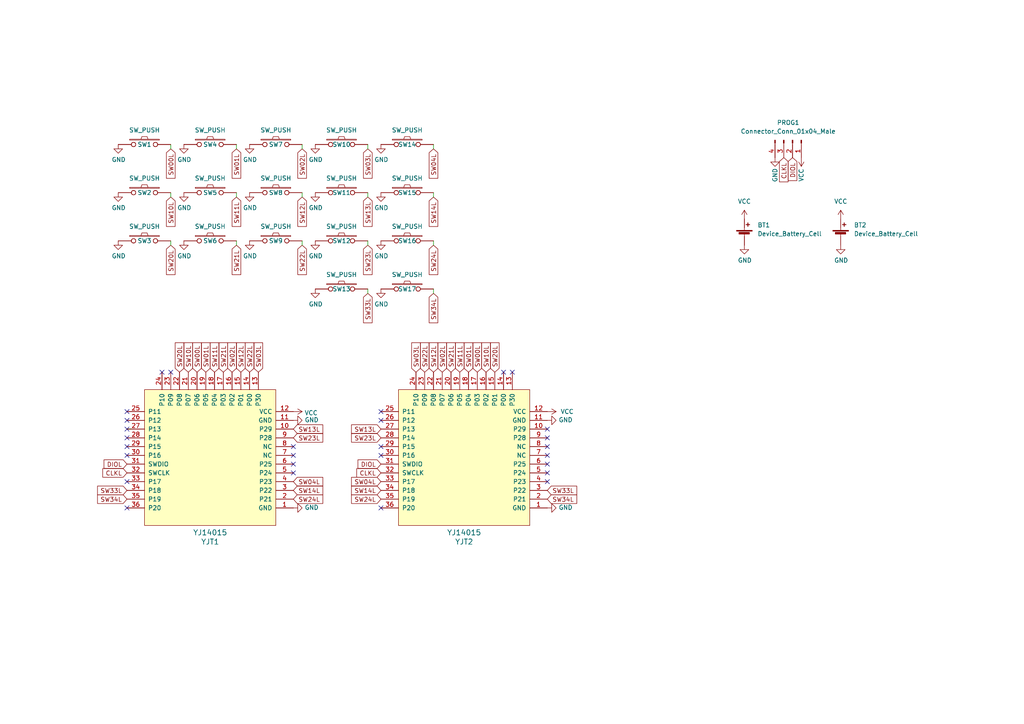
<source format=kicad_sch>
(kicad_sch (version 20211123) (generator eeschema)
  (paper "A4")
  (title_block (title "gurt-portable") (date "2022-04-23") (rev "v 1.0") (comment 4 "Author: CarlFabian"))
  (lib_symbols
    (symbol "gurt-portable:Connector_Conn_01x04_Male" (pin_names (offset 1.016) hide)
      (property "Reference" "J" (at 0 5.08 0))
      (property "Value" "Connector_Conn_01x04_Male" (at 0 -7.62 0))
      (symbol "Connector_Conn_01x04_Male_1_1"
        (polyline (pts (xy 1.27 -5.08) (xy 0.8636 -5.08)) (stroke (width 0.1524)))
        (polyline (pts (xy 1.27 -2.54) (xy 0.8636 -2.54)) (stroke (width 0.1524)))
        (polyline (pts (xy 1.27 0) (xy 0.8636 0)) (stroke (width 0.1524)))
        (polyline (pts (xy 1.27 2.54) (xy 0.8636 2.54)) (stroke (width 0.1524)))
        (rectangle (start 0.8636 -4.953) (end 0 -5.207) (stroke (width 0.1524)) (fill (type outline)))
        (rectangle (start 0.8636 -2.413) (end 0 -2.667) (stroke (width 0.1524)) (fill (type outline)))
        (rectangle (start 0.8636 0.127) (end 0 -0.127) (stroke (width 0.1524)) (fill (type outline)))
        (rectangle (start 0.8636 2.667) (end 0 2.413) (stroke (width 0.1524)) (fill (type outline)))
        (pin passive line (at 5.08 2.54 180) (length 3.81) (name "Pin_1") (number "1"))
        (pin passive line (at 5.08 0 180) (length 3.81) (name "Pin_2") (number "2"))
        (pin passive line (at 5.08 -2.54 180) (length 3.81) (name "Pin_3") (number "3"))
        (pin passive line (at 5.08 -5.08 180) (length 3.81) (name "Pin_4") (number "4"))
      )
    )
    (symbol "gurt-portable:Device_Battery_Cell" (pin_numbers hide) (pin_names (offset 0) hide)
      (property "Reference" "BT" (at 2.54 2.54 0))
      (property "Value" "Device_Battery_Cell" (at 2.54 0 0))
      (symbol "Device_Battery_Cell_0_1"
        (rectangle (start -2.286 1.778) (end 2.286 1.524) (fill (type outline)))
        (rectangle (start -1.5748 1.1938) (end 1.4732 0.6858) (fill (type outline)))
        (polyline (pts (xy 0 0.762) (xy 0 0)))
        (polyline (pts (xy 0 1.778) (xy 0 2.54)))
        (polyline (pts (xy 0.508 3.429) (xy 1.524 3.429)) (stroke (width 0.254)))
        (polyline (pts (xy 1.016 3.937) (xy 1.016 2.921)) (stroke (width 0.254)))
      )
      (symbol "Device_Battery_Cell_1_1"
        (pin passive line (at 0 5.08 270) (length 2.54) (name "+") (number "1"))
        (pin passive line (at 0 -2.54 90) (length 2.54) (name "-") (number "2"))
      )
    )
    (symbol "pierce:SW_PUSH" (pin_numbers hide) (pin_names (offset 1.016) hide)
      (property "Reference" "SW" (at 3.81 2.794 0))
      (property "Value" "SW_PUSH" (at 0 -2.032 0))
      (symbol "SW_PUSH_0_1"
        (rectangle (start -4.318 1.27) (end 4.318 1.524))
        (polyline (pts (xy -1.016 1.524) (xy -0.762 2.286) (xy 0.762 2.286) (xy 1.016 1.524)))
        (pin passive inverted (at -7.62 0 0) (length 5.08) (name "1") (number "1"))
        (pin passive inverted (at 7.62 0 180) (length 5.08) (name "2") (number "2"))
      )
    )
    (symbol "pierce:core51822b_Core51822B" (pin_names (offset 1.016))
      (property "Reference" "U" (at 0 2.54 0))
      (property "Value" "core51822b_Core51822B" (at 0 -1.27 0))
      (symbol "core51822b_Core51822B_0_1"
        (rectangle (start 19.05 -21.59) (end -19.05 17.78) (fill (type background)))
      )
      (symbol "core51822b_Core51822B_1_1"
        (pin bidirectional line (at -24.13 12.7 0) (length 5.08) (name "GND") (number "1"))
        (pin bidirectional line (at -24.13 -10.16 0) (length 5.08) (name "P29") (number "10"))
        (pin bidirectional line (at -24.13 -12.7 0) (length 5.08) (name "GND") (number "11"))
        (pin bidirectional line (at -24.13 -15.24 0) (length 5.08) (name "VCC") (number "12"))
        (pin bidirectional line (at -13.97 -26.67 90) (length 5.08) (name "P30") (number "13"))
        (pin bidirectional line (at -11.43 -26.67 90) (length 5.08) (name "P00") (number "14"))
        (pin bidirectional line (at -8.89 -26.67 90) (length 5.08) (name "P01") (number "15"))
        (pin bidirectional line (at -6.35 -26.67 90) (length 5.08) (name "P02") (number "16"))
        (pin bidirectional line (at -3.81 -26.67 90) (length 5.08) (name "P03") (number "17"))
        (pin bidirectional line (at -1.27 -26.67 90) (length 5.08) (name "P04") (number "18"))
        (pin bidirectional line (at 1.27 -26.67 90) (length 5.08) (name "P05") (number "19"))
        (pin bidirectional line (at -24.13 10.16 0) (length 5.08) (name "P21") (number "2"))
        (pin bidirectional line (at 3.81 -26.67 90) (length 5.08) (name "P06") (number "20"))
        (pin bidirectional line (at 6.35 -26.67 90) (length 5.08) (name "P07") (number "21"))
        (pin bidirectional line (at 8.89 -26.67 90) (length 5.08) (name "P08") (number "22"))
        (pin bidirectional line (at 11.43 -26.67 90) (length 5.08) (name "P09") (number "23"))
        (pin bidirectional line (at 13.97 -26.67 90) (length 5.08) (name "P10") (number "24"))
        (pin bidirectional line (at 24.13 -15.24 180) (length 5.08) (name "P11") (number "25"))
        (pin bidirectional line (at 24.13 -12.7 180) (length 5.08) (name "P12") (number "26"))
        (pin bidirectional line (at 24.13 -10.16 180) (length 5.08) (name "P13") (number "27"))
        (pin bidirectional line (at 24.13 -7.62 180) (length 5.08) (name "P14") (number "28"))
        (pin bidirectional line (at 24.13 -5.08 180) (length 5.08) (name "P15") (number "29"))
        (pin bidirectional line (at -24.13 7.62 0) (length 5.08) (name "P22") (number "3"))
        (pin bidirectional line (at 24.13 -2.54 180) (length 5.08) (name "P16") (number "30"))
        (pin bidirectional line (at 24.13 0 180) (length 5.08) (name "SWDIO") (number "31"))
        (pin bidirectional line (at 24.13 2.54 180) (length 5.08) (name "SWCLK") (number "32"))
        (pin bidirectional line (at 24.13 5.08 180) (length 5.08) (name "P17") (number "33"))
        (pin bidirectional line (at 24.13 7.62 180) (length 5.08) (name "P18") (number "34"))
        (pin bidirectional line (at 24.13 10.16 180) (length 5.08) (name "P19") (number "35"))
        (pin bidirectional line (at 24.13 12.7 180) (length 5.08) (name "P20") (number "36"))
        (pin bidirectional line (at -24.13 5.08 0) (length 5.08) (name "P23") (number "4"))
        (pin bidirectional line (at -24.13 2.54 0) (length 5.08) (name "P24") (number "5"))
        (pin bidirectional line (at -24.13 0 0) (length 5.08) (name "P25") (number "6"))
        (pin bidirectional line (at -24.13 -2.54 0) (length 5.08) (name "NC") (number "7"))
        (pin bidirectional line (at -24.13 -5.08 0) (length 5.08) (name "NC") (number "8"))
        (pin bidirectional line (at -24.13 -7.62 0) (length 5.08) (name "P28") (number "9"))
      )
    )
    (symbol "power:GND" (power) (pin_names (offset 0))
      (property "Value" "GND" (at 0 -3.81 0))
      (symbol "GND_0_1"
        (polyline (pts (xy 0 0) (xy 0 -1.27) (xy 1.27 -1.27) (xy 0 -2.54) (xy -1.27 -1.27) (xy 0 -1.27)))
      )
      (symbol "GND_1_1"
        (pin power_in line (at 0 0 270) (length 0) hide (name "GND") (number "1"))
      )
    )
    (symbol "power:VCC" (power) (pin_names (offset 0))
      (property "Value" "VCC" (at 0 3.81 0))
      (symbol "VCC_0_1"
        (polyline (pts (xy -0.762 1.27) (xy 0 2.54)))
        (polyline (pts (xy 0 0) (xy 0 2.54)))
        (polyline (pts (xy 0 2.54) (xy 0.762 1.27)))
      )
      (symbol "VCC_1_1"
        (pin power_in line (at 0 0 90) (length 0) hide (name "VCC") (number "1"))
      )
    )
  )
  (no_connect (at 85.09 137.16))
  (no_connect (at 110.49 129.54))
  (no_connect (at 148.59 107.95))
  (no_connect (at 158.75 127))
  (no_connect (at 49.53 107.95))
  (no_connect (at 110.49 147.32))
  (no_connect (at 110.49 132.08))
  (no_connect (at 36.83 147.32))
  (no_connect (at 36.83 127))
  (no_connect (at 36.83 121.92))
  (no_connect (at 146.05 107.95))
  (no_connect (at 36.83 132.08))
  (no_connect (at 36.83 129.54))
  (no_connect (at 158.75 132.08))
  (no_connect (at 158.75 129.54))
  (no_connect (at 158.75 134.62))
  (no_connect (at 36.83 139.7))
  (no_connect (at 85.09 132.08))
  (no_connect (at 110.49 119.38))
  (no_connect (at 36.83 124.46))
  (no_connect (at 46.99 107.95))
  (no_connect (at 110.49 121.92))
  (no_connect (at 158.75 137.16))
  (no_connect (at 85.09 129.54))
  (no_connect (at 158.75 139.7))
  (no_connect (at 36.83 119.38))
  (no_connect (at 85.09 134.62))
  (no_connect (at 158.75 124.46))
  (wire (pts (xy 68.58 71.12) (xy 68.58 69.85)))
  (wire (pts (xy 125.73 71.12) (xy 125.73 69.85)))
  (wire (pts (xy 38.1 124.46) (xy 36.83 124.46)))
  (wire (pts (xy 106.68 43.18) (xy 106.68 41.91)))
  (wire (pts (xy 125.73 85.09) (xy 125.73 83.82)))
  (wire (pts (xy 125.73 57.15) (xy 125.73 55.88)))
  (wire (pts (xy 87.63 57.15) (xy 87.63 55.88)))
  (wire (pts (xy 87.63 71.12) (xy 87.63 69.85)))
  (wire (pts (xy 49.53 41.91) (xy 49.53 43.18)))
  (wire (pts (xy 125.73 43.18) (xy 125.73 41.91)))
  (wire (pts (xy 68.58 57.15) (xy 68.58 55.88)))
  (wire (pts (xy 49.53 71.12) (xy 49.53 69.85)))
  (wire (pts (xy 68.58 43.18) (xy 68.58 41.91)))
  (wire (pts (xy 49.53 57.15) (xy 49.53 55.88)))
  (wire (pts (xy 87.63 43.18) (xy 87.63 41.91)))
  (wire (pts (xy 106.68 57.15) (xy 106.68 55.88)))
  (wire (pts (xy 106.68 85.09) (xy 106.68 83.82)))
  (wire (pts (xy 106.68 71.12) (xy 106.68 69.85)))
  (global_label "SW11L" (shape input) (at 68.58 57.15 270) (property "Intersheet References" "${INTERSHEET_REFS}" (effects hide)))
  (global_label "SW10L" (shape input) (at 140.97 107.95 90) (property "Intersheet References" "${INTERSHEET_REFS}" (effects hide)))
  (global_label "SW14L" (shape input) (at 85.09 142.24 0) (property "Intersheet References" "${INTERSHEET_REFS}" (effects hide)))
  (global_label "SW04L" (shape input) (at 110.49 139.7 180) (property "Intersheet References" "${INTERSHEET_REFS}" (effects hide)))
  (global_label "DIOL" (shape input) (at 36.83 134.62 180) (property "Intersheet References" "${INTERSHEET_REFS}" (effects hide)))
  (global_label "SW10L" (shape input) (at 49.53 57.15 270) (property "Intersheet References" "${INTERSHEET_REFS}" (effects hide)))
  (global_label "SW04L" (shape input) (at 85.09 139.7 0) (property "Intersheet References" "${INTERSHEET_REFS}" (effects hide)))
  (global_label "SW02L" (shape input) (at 67.31 107.95 90) (property "Intersheet References" "${INTERSHEET_REFS}" (effects hide)))
  (global_label "SW13L" (shape input) (at 110.49 124.46 180) (property "Intersheet References" "${INTERSHEET_REFS}" (effects hide)))
  (global_label "SW04L" (shape input) (at 125.73 43.18 270) (property "Intersheet References" "${INTERSHEET_REFS}" (effects hide)))
  (global_label "SW33L" (shape input) (at 158.75 142.24 0) (property "Intersheet References" "${INTERSHEET_REFS}" (effects hide)))
  (global_label "SW22L" (shape input) (at 123.19 107.95 90) (property "Intersheet References" "${INTERSHEET_REFS}" (effects hide)))
  (global_label "SW20L" (shape input) (at 49.53 71.12 270) (property "Intersheet References" "${INTERSHEET_REFS}" (effects hide)))
  (global_label "SW23L" (shape input) (at 85.09 127 0) (property "Intersheet References" "${INTERSHEET_REFS}" (effects hide)))
  (global_label "CLKL" (shape input) (at 110.49 137.16 180) (property "Intersheet References" "${INTERSHEET_REFS}" (effects hide)))
  (global_label "DIOL" (shape input) (at 110.49 134.62 180) (property "Intersheet References" "${INTERSHEET_REFS}" (effects hide)))
  (global_label "SW03L" (shape input) (at 106.68 43.18 270) (property "Intersheet References" "${INTERSHEET_REFS}" (effects hide)))
  (global_label "SW13L" (shape input) (at 106.68 57.15 270) (property "Intersheet References" "${INTERSHEET_REFS}" (effects hide)))
  (global_label "SW24L" (shape input) (at 85.09 144.78 0) (property "Intersheet References" "${INTERSHEET_REFS}" (effects hide)))
  (global_label "SW12L" (shape input) (at 87.63 57.15 270) (property "Intersheet References" "${INTERSHEET_REFS}" (effects hide)))
  (global_label "SW34L" (shape input) (at 158.75 144.78 0) (property "Intersheet References" "${INTERSHEET_REFS}" (effects hide)))
  (global_label "SW01L" (shape input) (at 59.69 107.95 90) (property "Intersheet References" "${INTERSHEET_REFS}" (effects hide)))
  (global_label "CLKL" (shape input) (at 227.33 45.72 270) (property "Intersheet References" "${INTERSHEET_REFS}" (effects hide)))
  (global_label "SW33L" (shape input) (at 106.68 85.09 270) (property "Intersheet References" "${INTERSHEET_REFS}" (effects hide)))
  (global_label "SW00L" (shape input) (at 138.43 107.95 90) (property "Intersheet References" "${INTERSHEET_REFS}" (effects hide)))
  (global_label "SW24L" (shape input) (at 125.73 71.12 270) (property "Intersheet References" "${INTERSHEET_REFS}" (effects hide)))
  (global_label "SW00L" (shape input) (at 57.15 107.95 90) (property "Intersheet References" "${INTERSHEET_REFS}" (effects hide)))
  (global_label "SW10L" (shape input) (at 54.61 107.95 90) (property "Intersheet References" "${INTERSHEET_REFS}" (effects hide)))
  (global_label "SW02L" (shape input) (at 87.63 43.18 270) (property "Intersheet References" "${INTERSHEET_REFS}" (effects hide)))
  (global_label "SW01L" (shape input) (at 135.89 107.95 90) (property "Intersheet References" "${INTERSHEET_REFS}" (effects hide)))
  (global_label "SW13L" (shape input) (at 85.09 124.46 0) (property "Intersheet References" "${INTERSHEET_REFS}" (effects hide)))
  (global_label "SW23L" (shape input) (at 106.68 71.12 270) (property "Intersheet References" "${INTERSHEET_REFS}" (effects hide)))
  (global_label "SW22L" (shape input) (at 87.63 71.12 270) (property "Intersheet References" "${INTERSHEET_REFS}" (effects hide)))
  (global_label "DIOL" (shape input) (at 229.87 45.72 270) (property "Intersheet References" "${INTERSHEET_REFS}" (effects hide)))
  (global_label "SW34L" (shape input) (at 125.73 85.09 270) (property "Intersheet References" "${INTERSHEET_REFS}" (effects hide)))
  (global_label "SW33L" (shape input) (at 36.83 142.24 180) (property "Intersheet References" "${INTERSHEET_REFS}" (effects hide)))
  (global_label "SW03L" (shape input) (at 74.93 107.95 90) (property "Intersheet References" "${INTERSHEET_REFS}" (effects hide)))
  (global_label "SW21L" (shape input) (at 64.77 107.95 90) (property "Intersheet References" "${INTERSHEET_REFS}" (effects hide)))
  (global_label "SW01L" (shape input) (at 68.58 43.18 270) (property "Intersheet References" "${INTERSHEET_REFS}" (effects hide)))
  (global_label "SW20L" (shape input) (at 143.51 107.95 90) (property "Intersheet References" "${INTERSHEET_REFS}" (effects hide)))
  (global_label "SW34L" (shape input) (at 36.83 144.78 180) (property "Intersheet References" "${INTERSHEET_REFS}" (effects hide)))
  (global_label "SW03L" (shape input) (at 120.65 107.95 90) (property "Intersheet References" "${INTERSHEET_REFS}" (effects hide)))
  (global_label "SW21L" (shape input) (at 130.81 107.95 90) (property "Intersheet References" "${INTERSHEET_REFS}" (effects hide)))
  (global_label "SW02L" (shape input) (at 128.27 107.95 90) (property "Intersheet References" "${INTERSHEET_REFS}" (effects hide)))
  (global_label "SW22L" (shape input) (at 72.39 107.95 90) (property "Intersheet References" "${INTERSHEET_REFS}" (effects hide)))
  (global_label "SW11L" (shape input) (at 133.35 107.95 90) (property "Intersheet References" "${INTERSHEET_REFS}" (effects hide)))
  (global_label "SW23L" (shape input) (at 110.49 127 180) (property "Intersheet References" "${INTERSHEET_REFS}" (effects hide)))
  (global_label "SW11L" (shape input) (at 62.23 107.95 90) (property "Intersheet References" "${INTERSHEET_REFS}" (effects hide)))
  (global_label "CLKL" (shape input) (at 36.83 137.16 180) (property "Intersheet References" "${INTERSHEET_REFS}" (effects hide)))
  (global_label "SW21L" (shape input) (at 68.58 71.12 270) (property "Intersheet References" "${INTERSHEET_REFS}" (effects hide)))
  (global_label "SW24L" (shape input) (at 110.49 144.78 180) (property "Intersheet References" "${INTERSHEET_REFS}" (effects hide)))
  (global_label "SW00L" (shape input) (at 49.53 43.18 270) (property "Intersheet References" "${INTERSHEET_REFS}" (effects hide)))
  (global_label "SW20L" (shape input) (at 52.07 107.95 90) (property "Intersheet References" "${INTERSHEET_REFS}" (effects hide)))
  (global_label "SW14L" (shape input) (at 110.49 142.24 180) (property "Intersheet References" "${INTERSHEET_REFS}" (effects hide)))
  (global_label "SW14L" (shape input) (at 125.73 57.15 270) (property "Intersheet References" "${INTERSHEET_REFS}" (effects hide)))
  (global_label "SW12L" (shape input) (at 69.85 107.95 90) (property "Intersheet References" "${INTERSHEET_REFS}" (effects hide)))
  (global_label "SW12L" (shape input) (at 125.73 107.95 90) (property "Intersheet References" "${INTERSHEET_REFS}" (effects hide)))
  (symbol (lib_id "pierce:SW_PUSH") (at 80.01 41.91 0) (unit 1)
    (property "Reference" "SW7" (at 80.01 41.91 0))
    (property "Value" "SW_PUSH" (at 80.01 37.7444 0))
    (property "Footprint" "gurt-portable:Choc_PG1350_Choc_Spacing_Reversible" (effects hide))
  )
  (symbol (lib_id "power:GND") (at 85.09 121.92 90) (unit 1)
    (property "Reference" "#PWR019" (effects hide))
    (property "Value" "GND" (at 88.3412 121.793 90) (effects (justify right)))
  )
  (symbol (lib_id "gurt-portable:Device_Battery_Cell") (at 243.84 68.58 0) (unit 1)
    (property "Reference" "BT2" (at 247.65 65.2779 0) (effects (justify left)))
    (property "Value" "Device_Battery_Cell" (at 247.65 67.8179 0) (effects (justify left)))
    (property "Footprint" "gurt-portable:BatteryHolder_Keystone_3034_1x20mm" (effects hide))
  )
  (symbol (lib_id "pierce:SW_PUSH") (at 60.96 55.88 0) (unit 1)
    (property "Reference" "SW5" (at 60.96 55.88 0))
    (property "Value" "SW_PUSH" (at 60.96 51.7144 0))
    (property "Footprint" "gurt-portable:Choc_PG1350_Choc_Spacing_Reversible" (effects hide))
  )
  (symbol (lib_id "power:GND") (at 53.34 69.85 0) (unit 1)
    (property "Reference" "#PWR06" (effects hide))
    (property "Value" "GND" (at 53.467 74.2442 0))
  )
  (symbol (lib_id "gurt-portable:Connector_Conn_01x04_Male") (at 229.87 40.64 270) (unit 1)
    (property "Reference" "PROG1" (at 228.6 35.56 90))
    (property "Value" "Connector_Conn_01x04_Male" (at 228.6 38.1 90))
    (property "Footprint" "gurt-portable:PinHeader_1x04_P2.54mm_Horizontal" (effects hide))
  )
  (symbol (lib_id "power:GND") (at 34.29 69.85 0) (unit 1)
    (property "Reference" "#PWR03" (effects hide))
    (property "Value" "GND" (at 34.417 74.2442 0))
  )
  (symbol (lib_id "pierce:SW_PUSH") (at 41.91 55.88 0) (unit 1)
    (property "Reference" "SW2" (at 41.91 55.88 0))
    (property "Value" "SW_PUSH" (at 41.91 51.7144 0))
    (property "Footprint" "gurt-portable:Choc_PG1350_Choc_Spacing_Reversible" (effects hide))
  )
  (symbol (lib_id "gurt-portable:Device_Battery_Cell") (at 215.9 68.58 0) (unit 1)
    (property "Reference" "BT1" (at 219.71 65.2779 0) (effects (justify left)))
    (property "Value" "Device_Battery_Cell" (at 219.71 67.8179 0) (effects (justify left)))
    (property "Footprint" "gurt-portable:BatteryHolder_Keystone_3034_1x20mm" (effects hide))
  )
  (symbol (lib_id "power:GND") (at 91.44 41.91 0) (unit 1)
    (property "Reference" "#PWR010" (effects hide))
    (property "Value" "GND" (at 91.567 46.3042 0))
  )
  (symbol (lib_id "power:GND") (at 72.39 41.91 0) (unit 1)
    (property "Reference" "#PWR07" (effects hide))
    (property "Value" "GND" (at 72.517 46.3042 0))
  )
  (symbol (lib_id "power:VCC") (at 215.9 63.5 0) (unit 1)
    (property "Reference" "#PWR0103" (effects hide))
    (property "Value" "VCC" (at 215.9 58.42 0))
  )
  (symbol (lib_id "power:GND") (at 243.84 71.12 0) (unit 1)
    (property "Reference" "#PWR023" (effects hide))
    (property "Value" "GND" (at 243.967 75.5142 0))
  )
  (symbol (lib_id "pierce:SW_PUSH") (at 41.91 41.91 0) (unit 1)
    (property "Reference" "SW1" (at 41.91 41.91 0))
    (property "Value" "SW_PUSH" (at 41.91 37.7444 0))
    (property "Footprint" "gurt-portable:Choc_PG1350_Choc_Spacing_Reversible" (effects hide))
  )
  (symbol (lib_id "power:VCC") (at 158.75 119.38 270) (unit 1)
    (property "Reference" "#PWR0102" (effects hide))
    (property "Value" "VCC" (at 162.56 119.3799 90) (effects (justify left)))
  )
  (symbol (lib_id "power:GND") (at 110.49 55.88 0) (unit 1)
    (property "Reference" "#PWR015" (effects hide))
    (property "Value" "GND" (at 110.617 60.2742 0))
  )
  (symbol (lib_id "power:GND") (at 85.09 147.32 90) (unit 1)
    (property "Reference" "#PWR018" (effects hide))
    (property "Value" "GND" (at 88.3412 147.193 90) (effects (justify right)))
  )
  (symbol (lib_id "power:GND") (at 110.49 41.91 0) (unit 1)
    (property "Reference" "#PWR014" (effects hide))
    (property "Value" "GND" (at 110.617 46.3042 0))
  )
  (symbol (lib_id "power:GND") (at 53.34 55.88 0) (unit 1)
    (property "Reference" "#PWR05" (effects hide))
    (property "Value" "GND" (at 53.467 60.2742 0))
  )
  (symbol (lib_id "pierce:SW_PUSH") (at 60.96 69.85 0) (unit 1)
    (property "Reference" "SW6" (at 60.96 69.85 0))
    (property "Value" "SW_PUSH" (at 60.96 65.6844 0))
    (property "Footprint" "gurt-portable:Choc_PG1350_Choc_Spacing_Reversible" (effects hide))
  )
  (symbol (lib_id "pierce:SW_PUSH") (at 80.01 55.88 0) (unit 1)
    (property "Reference" "SW8" (at 80.01 55.88 0))
    (property "Value" "SW_PUSH" (at 80.01 51.7144 0))
    (property "Footprint" "gurt-portable:Choc_PG1350_Choc_Spacing_Reversible" (effects hide))
  )
  (symbol (lib_id "pierce:SW_PUSH") (at 99.06 69.85 0) (unit 1)
    (property "Reference" "SW12" (at 99.06 69.85 0))
    (property "Value" "SW_PUSH" (at 99.06 65.6844 0))
    (property "Footprint" "gurt-portable:Choc_PG1350_Choc_Spacing_Reversible" (effects hide))
  )
  (symbol (lib_id "pierce:SW_PUSH") (at 118.11 69.85 0) (unit 1)
    (property "Reference" "SW16" (at 118.11 69.85 0))
    (property "Value" "SW_PUSH" (at 118.11 65.6844 0))
    (property "Footprint" "gurt-portable:Choc_PG1350_Choc_Spacing_Reversible" (effects hide))
  )
  (symbol (lib_id "power:GND") (at 72.39 55.88 0) (unit 1)
    (property "Reference" "#PWR08" (effects hide))
    (property "Value" "GND" (at 72.517 60.2742 0))
  )
  (symbol (lib_id "pierce:SW_PUSH") (at 118.11 55.88 0) (unit 1)
    (property "Reference" "SW15" (at 118.11 55.88 0))
    (property "Value" "SW_PUSH" (at 118.11 51.7144 0))
    (property "Footprint" "gurt-portable:Choc_PG1350_Choc_Spacing_Reversible" (effects hide))
  )
  (symbol (lib_id "pierce:core51822b_Core51822B") (at 60.96 134.62 180) (unit 1)
    (property "Reference" "YJT1" (at 60.96 157.1498 0) (effects (font (size 1.524 1.524))))
    (property "Value" "YJ14015" (at 60.96 154.4574 0) (effects (font (size 1.524 1.524))))
    (property "Footprint" "gurt-portable:YJ-14015" (effects hide))
  )
  (symbol (lib_id "power:GND") (at 91.44 55.88 0) (unit 1)
    (property "Reference" "#PWR011" (effects hide))
    (property "Value" "GND" (at 91.567 60.2742 0))
  )
  (symbol (lib_id "pierce:SW_PUSH") (at 99.06 55.88 0) (unit 1)
    (property "Reference" "SW11" (at 99.06 55.88 0))
    (property "Value" "SW_PUSH" (at 99.06 51.7144 0))
    (property "Footprint" "gurt-portable:Choc_PG1350_Choc_Spacing_Reversible" (effects hide))
  )
  (symbol (lib_id "power:GND") (at 72.39 69.85 0) (unit 1)
    (property "Reference" "#PWR09" (effects hide))
    (property "Value" "GND" (at 72.517 74.2442 0))
  )
  (symbol (lib_id "pierce:SW_PUSH") (at 60.96 41.91 0) (unit 1)
    (property "Reference" "SW4" (at 60.96 41.91 0))
    (property "Value" "SW_PUSH" (at 60.96 37.7444 0))
    (property "Footprint" "gurt-portable:Choc_PG1350_Choc_Spacing_Reversible" (effects hide))
  )
  (symbol (lib_id "pierce:SW_PUSH") (at 80.01 69.85 0) (unit 1)
    (property "Reference" "SW9" (at 80.01 69.85 0))
    (property "Value" "SW_PUSH" (at 80.01 65.6844 0))
    (property "Footprint" "gurt-portable:Choc_PG1350_Choc_Spacing_Reversible" (effects hide))
  )
  (symbol (lib_id "power:GND") (at 53.34 41.91 0) (unit 1)
    (property "Reference" "#PWR04" (effects hide))
    (property "Value" "GND" (at 53.467 46.3042 0))
  )
  (symbol (lib_id "power:GND") (at 34.29 55.88 0) (unit 1)
    (property "Reference" "#PWR02" (effects hide))
    (property "Value" "GND" (at 34.417 60.2742 0))
  )
  (symbol (lib_id "pierce:SW_PUSH") (at 99.06 83.82 0) (unit 1)
    (property "Reference" "SW13" (at 99.06 83.82 0))
    (property "Value" "SW_PUSH" (at 99.06 79.6544 0))
    (property "Footprint" "gurt-portable:Choc_PG1350_Choc_Spacing_Reversible" (effects hide))
  )
  (symbol (lib_id "power:VCC") (at 232.41 45.72 180) (unit 1)
    (property "Reference" "#PWR027" (effects hide))
    (property "Value" "VCC" (at 232.41 50.8 90))
  )
  (symbol (lib_id "power:GND") (at 215.9 71.12 0) (unit 1)
    (property "Reference" "#PWR026" (effects hide))
    (property "Value" "GND" (at 216.027 75.5142 0))
  )
  (symbol (lib_id "pierce:core51822b_Core51822B") (at 134.62 134.62 180) (unit 1)
    (property "Reference" "YJT2" (at 134.62 157.1498 0) (effects (font (size 1.524 1.524))))
    (property "Value" "YJ14015" (at 134.62 154.4574 0) (effects (font (size 1.524 1.524))))
    (property "Footprint" "gurt-portable:YJ-14015" (effects hide))
  )
  (symbol (lib_id "pierce:SW_PUSH") (at 99.06 41.91 0) (unit 1)
    (property "Reference" "SW10" (at 99.06 41.91 0))
    (property "Value" "SW_PUSH" (at 99.06 37.7444 0))
    (property "Footprint" "gurt-portable:Choc_PG1350_Choc_Spacing_Reversible" (effects hide))
  )
  (symbol (lib_id "pierce:SW_PUSH") (at 41.91 69.85 0) (unit 1)
    (property "Reference" "SW3" (at 41.91 69.85 0))
    (property "Value" "SW_PUSH" (at 41.91 65.6844 0))
    (property "Footprint" "gurt-portable:Choc_PG1350_Choc_Spacing_Reversible" (effects hide))
  )
  (symbol (lib_id "pierce:SW_PUSH") (at 118.11 41.91 0) (unit 1)
    (property "Reference" "SW14" (at 118.11 41.91 0))
    (property "Value" "SW_PUSH" (at 118.11 37.7444 0))
    (property "Footprint" "gurt-portable:Choc_PG1350_Choc_Spacing_Reversible" (effects hide))
  )
  (symbol (lib_id "power:GND") (at 110.49 83.82 0) (unit 1)
    (property "Reference" "#PWR017" (effects hide))
    (property "Value" "GND" (at 110.617 88.2142 0))
  )
  (symbol (lib_id "power:GND") (at 158.75 121.92 90) (unit 1)
    (property "Reference" "#PWR022" (effects hide))
    (property "Value" "GND" (at 162.0012 121.793 90) (effects (justify right)))
  )
  (symbol (lib_id "power:GND") (at 224.79 45.72 0) (unit 1)
    (property "Reference" "#PWR024" (effects hide))
    (property "Value" "GND" (at 224.79 50.8 90))
  )
  (symbol (lib_id "power:GND") (at 91.44 69.85 0) (unit 1)
    (property "Reference" "#PWR012" (effects hide))
    (property "Value" "GND" (at 91.567 74.2442 0))
  )
  (symbol (lib_id "pierce:SW_PUSH") (at 118.11 83.82 0) (unit 1)
    (property "Reference" "SW17" (at 118.11 83.82 0))
    (property "Value" "SW_PUSH" (at 118.11 79.6544 0))
    (property "Footprint" "gurt-portable:Choc_PG1350_Choc_Spacing_Reversible" (effects hide))
  )
  (symbol (lib_id "power:GND") (at 110.49 69.85 0) (unit 1)
    (property "Reference" "#PWR016" (effects hide))
    (property "Value" "GND" (at 110.617 74.2442 0))
  )
  (symbol (lib_id "power:GND") (at 158.75 147.32 90) (unit 1)
    (property "Reference" "#PWR021" (effects hide))
    (property "Value" "GND" (at 162.0012 147.193 90) (effects (justify right)))
  )
  (symbol (lib_id "power:VCC") (at 243.84 63.5 0) (unit 1)
    (property "Reference" "#PWR020" (effects hide))
    (property "Value" "VCC" (at 243.84 58.42 0))
  )
  (symbol (lib_id "power:GND") (at 34.29 41.91 0) (unit 1)
    (property "Reference" "#PWR01" (effects hide))
    (property "Value" "GND" (at 34.417 46.3042 0))
  )
  (symbol (lib_id "power:GND") (at 91.44 83.82 0) (unit 1)
    (property "Reference" "#PWR013" (effects hide))
    (property "Value" "GND" (at 91.567 88.2142 0))
  )
  (symbol (lib_id "power:VCC") (at 85.09 119.38 270) (unit 1)
    (property "Reference" "#PWR0101" (effects hide))
    (property "Value" "VCC" (at 88.3158 119.761 90) (effects (justify left)))
  )
)
</source>
